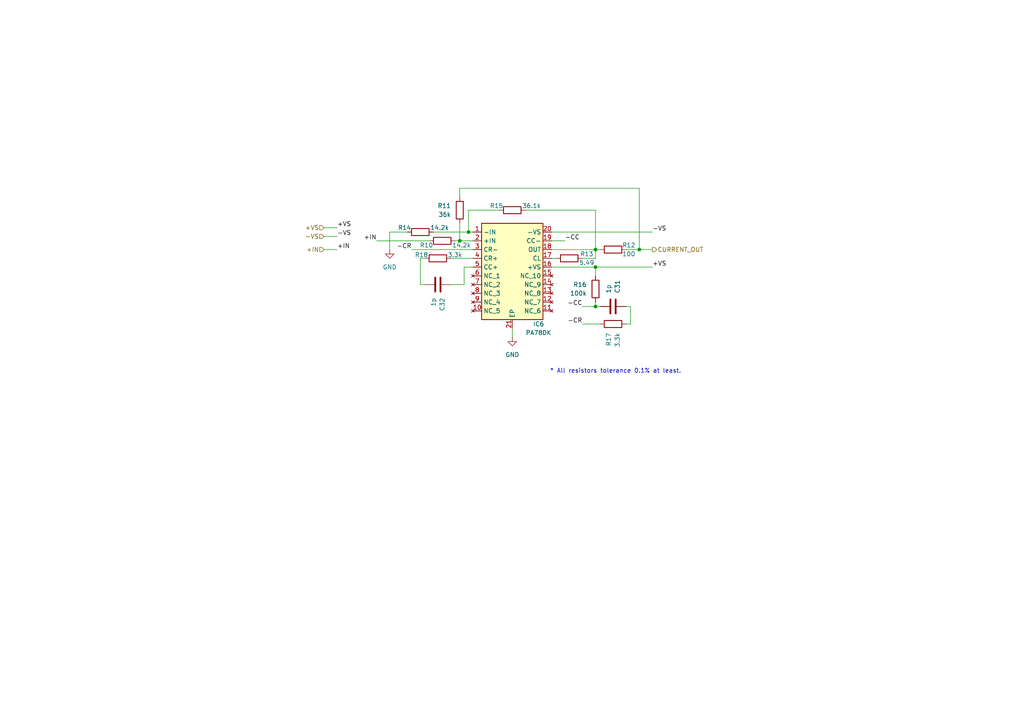
<source format=kicad_sch>
(kicad_sch (version 20231120) (generator "eeschema") (generator_version "8.0")
  (paper "A4")
  (title_block (title "TechStim-Hardware Design") (date "2024-04-17") (rev "0.0.1") (company "Technaid SL") (comment 1 "IND2022/TIC-23606"))
  (lib_symbols
    (symbol "Device:C" (pin_numbers hide) (pin_names (offset 0.254))
      (property "Reference" "C" (at 0.635 2.54 0))
      (property "Value" "C" (at 0.635 -2.54 0))
      (symbol "C_0_1"
        (polyline (pts (xy -2.032 -0.762) (xy 2.032 -0.762)) (stroke (width 0.508)))
        (polyline (pts (xy -2.032 0.762) (xy 2.032 0.762)) (stroke (width 0.508)))
      )
      (symbol "C_1_1"
        (pin passive line (at 0 3.81 270) (length 2.794) (name "~") (number "1"))
        (pin passive line (at 0 -3.81 90) (length 2.794) (name "~") (number "2"))
      )
    )
    (symbol "Device:R" (pin_numbers hide) (pin_names (offset 0))
      (property "Reference" "R" (at 2.032 0 90))
      (property "Value" "R" (at 0 0 90))
      (symbol "R_0_1"
        (rectangle (start -1.016 -2.54) (end 1.016 2.54) (stroke (width 0.254)))
      )
      (symbol "R_1_1"
        (pin passive line (at 0 3.81 270) (length 1.27) (name "~") (number "1"))
        (pin passive line (at 0 -3.81 90) (length 1.27) (name "~") (number "2"))
      )
    )
    (symbol "power:GND" (power) (pin_numbers hide) (pin_names (offset 0) hide)
      (property "Value" "GND" (at 0 -3.81 0))
      (symbol "GND_0_1"
        (polyline (pts (xy 0 0) (xy 0 -1.27) (xy 1.27 -1.27) (xy 0 -2.54) (xy -1.27 -1.27) (xy 0 -1.27)))
      )
      (symbol "GND_1_1"
        (pin power_in line (at 0 0 270) (length 0) (name "~") (number "1"))
      )
    )
    (symbol "techstim:PA78DK"
      (property "Reference" "IC6" (at 19.05 -26.67 0))
      (property "Value" "PA78DK" (at 19.05 -29.21 0))
      (symbol "PA78DK_1_1"
        (rectangle (start 2.54 2.54) (end 20.32 -25.4) (stroke (width 0.254)) (fill (type background)))
        (pin passive line (at 0 0 0) (length 2.54) (name "-IN") (number "1"))
        (pin no_connect line (at 0 -22.86 0) (length 2.54) (name "NC_5") (number "10"))
        (pin no_connect line (at 22.86 -22.86 180) (length 2.54) (name "NC_6") (number "11"))
        (pin no_connect line (at 22.86 -20.32 180) (length 2.54) (name "NC_7") (number "12"))
        (pin no_connect line (at 22.86 -17.78 180) (length 2.54) (name "NC_8") (number "13"))
        (pin no_connect line (at 22.86 -15.24 180) (length 2.54) (name "NC_9") (number "14"))
        (pin no_connect line (at 22.86 -12.7 180) (length 2.54) (name "NC_10") (number "15"))
        (pin power_in line (at 22.86 -10.16 180) (length 2.54) (name "+VS") (number "16"))
        (pin passive line (at 22.86 -7.62 180) (length 2.54) (name "CL") (number "17"))
        (pin passive line (at 22.86 -5.08 180) (length 2.54) (name "OUT") (number "18"))
        (pin passive line (at 22.86 -2.54 180) (length 2.54) (name "CC-") (number "19"))
        (pin passive line (at 0 -2.54 0) (length 2.54) (name "+IN") (number "2"))
        (pin power_in line (at 22.86 0 180) (length 2.54) (name "-VS") (number "20"))
        (pin passive line (at 11.43 -27.94 90) (length 2.54) (name "EP") (number "21"))
        (pin passive line (at 11.43 -27.94 90) (length 2.54) hide (name "EP") (number "22"))
        (pin passive line (at 11.43 -27.94 90) (length 2.54) hide (name "EP") (number "23"))
        (pin passive line (at 0 -5.08 0) (length 2.54) (name "CR-") (number "3"))
        (pin passive line (at 0 -7.62 0) (length 2.54) (name "CR+") (number "4"))
        (pin passive line (at 0 -10.16 0) (length 2.54) (name "CC+") (number "5"))
        (pin no_connect line (at 0 -12.7 0) (length 2.54) (name "NC_1") (number "6"))
        (pin no_connect line (at 0 -15.24 0) (length 2.54) (name "NC_2") (number "7"))
        (pin no_connect line (at 0 -17.78 0) (length 2.54) (name "NC_3") (number "8"))
        (pin no_connect line (at 0 -20.32 0) (length 2.54) (name "NC_4") (number "9"))
      )
    )
  )
  (junction (at 135.89 67.31))
  (junction (at 133.35 69.85))
  (junction (at 185.42 72.39))
  (junction (at 172.72 72.39))
  (junction (at 172.72 88.9))
  (junction (at 172.72 77.47))
  (wire (pts (xy 125.73 67.31) (xy 135.89 67.31)))
  (wire (pts (xy 181.61 88.9) (xy 182.88 88.9)))
  (wire (pts (xy 173.99 93.98) (xy 168.91 93.98)))
  (wire (pts (xy 181.61 93.98) (xy 182.88 93.98)))
  (wire (pts (xy 119.38 72.39) (xy 137.16 72.39)))
  (wire (pts (xy 148.59 95.25) (xy 148.59 97.79)))
  (wire (pts (xy 160.02 77.47) (xy 172.72 77.47)))
  (wire (pts (xy 132.08 69.85) (xy 133.35 69.85)))
  (wire (pts (xy 93.98 68.58) (xy 97.79 68.58)))
  (wire (pts (xy 133.35 69.85) (xy 137.16 69.85)))
  (wire (pts (xy 172.72 88.9) (xy 173.99 88.9)))
  (wire (pts (xy 168.91 88.9) (xy 172.72 88.9)))
  (wire (pts (xy 172.72 72.39) (xy 172.72 74.93)))
  (wire (pts (xy 135.89 60.96) (xy 135.89 67.31)))
  (wire (pts (xy 160.02 74.93) (xy 161.29 74.93)))
  (wire (pts (xy 144.78 60.96) (xy 135.89 60.96)))
  (wire (pts (xy 97.79 66.04) (xy 93.98 66.04)))
  (wire (pts (xy 121.92 82.55) (xy 123.19 82.55)))
  (wire (pts (xy 130.81 74.93) (xy 137.16 74.93)))
  (wire (pts (xy 93.98 72.39) (xy 97.79 72.39)))
  (wire (pts (xy 134.62 77.47) (xy 134.62 82.55)))
  (wire (pts (xy 172.72 87.63) (xy 172.72 88.9)))
  (wire (pts (xy 130.81 82.55) (xy 134.62 82.55)))
  (wire (pts (xy 113.03 67.31) (xy 113.03 72.39)))
  (wire (pts (xy 160.02 67.31) (xy 189.23 67.31)))
  (wire (pts (xy 133.35 54.61) (xy 185.42 54.61)))
  (wire (pts (xy 160.02 72.39) (xy 172.72 72.39)))
  (wire (pts (xy 172.72 77.47) (xy 172.72 80.01)))
  (wire (pts (xy 172.72 72.39) (xy 173.99 72.39)))
  (wire (pts (xy 121.92 74.93) (xy 121.92 82.55)))
  (wire (pts (xy 185.42 72.39) (xy 189.23 72.39)))
  (wire (pts (xy 135.89 67.31) (xy 137.16 67.31)))
  (wire (pts (xy 123.19 74.93) (xy 121.92 74.93)))
  (wire (pts (xy 172.72 60.96) (xy 172.72 72.39)))
  (wire (pts (xy 181.61 72.39) (xy 185.42 72.39)))
  (wire (pts (xy 189.23 77.47) (xy 172.72 77.47)))
  (wire (pts (xy 133.35 57.15) (xy 133.35 54.61)))
  (wire (pts (xy 182.88 88.9) (xy 182.88 93.98)))
  (wire (pts (xy 168.91 74.93) (xy 172.72 74.93)))
  (wire (pts (xy 185.42 54.61) (xy 185.42 72.39)))
  (wire (pts (xy 160.02 69.85) (xy 163.83 69.85)))
  (wire (pts (xy 152.4 60.96) (xy 172.72 60.96)))
  (wire (pts (xy 133.35 64.77) (xy 133.35 69.85)))
  (wire (pts (xy 109.22 69.85) (xy 124.46 69.85)))
  (wire (pts (xy 137.16 77.47) (xy 134.62 77.47)))
  (wire (pts (xy 118.11 67.31) (xy 113.03 67.31)))
  (text "* All resistors tolerance 0.1% at least." (at 178.562 107.696 0) (effects (font (size 1.27 1.27))))
  (label "-VS" (at 97.79 68.58 0))
  (label "+IN" (at 109.22 69.85 180))
  (label "+VS" (at 97.79 66.04 0))
  (label "+VS" (at 189.23 77.47 0))
  (label "-CC" (at 163.83 69.85 0))
  (label "-CR" (at 119.38 72.39 180))
  (label "-CR" (at 168.91 93.98 180))
  (label "-CC" (at 168.91 88.9 180))
  (label "+IN" (at 97.79 72.39 0))
  (label "-VS" (at 189.23 67.31 0))
  (hierarchical_label "+IN" (shape input) (at 93.98 72.39 180))
  (hierarchical_label "CURRENT_OUT" (shape output) (at 189.23 72.39 0))
  (hierarchical_label "+VS" (shape input) (at 93.98 66.04 180))
  (hierarchical_label "-VS" (shape input) (at 93.98 68.58 180))
  (symbol (lib_id "Device:R") (at 177.8 93.98 90) (mirror x) (unit 1)
    (property "Reference" "R17" (at 176.5299 96.52 0) (effects (justify left)))
    (property "Value" "3.3k" (at 179.0699 96.52 0) (effects (justify left)))
    (property "Footprint" "Resistor_SMD:R_0805_2012Metric_Pad1.20x1.40mm_HandSolder" (effects (hide yes)))
    (property "Datasheet" "https://www.mouser.dk/datasheet/2/315/AOA0000C307-1149632.pdf" (effects (hide yes)))
    (property "Description" "Description: Thin Film Resistors - SMD 0805 1/8W 3.3Kohms" (effects (hide yes)))
    (property "MFN" "Panasonic" (effects (hide yes)))
    (property "MFP" " ERA-6AEB332V" (effects (hide yes)))
    (property "S1PN" "Mouser" (effects (hide yes)))
    (property "S1PL" "https://www.mouser.dk/ProductDetail/Panasonic/ERA-6AEB332V?qs=sGAEpiMZZMtlubZbdhIBINKPHGpBD%2FvfM8skwiH8%2F1s%3D" (effects (hide yes)))
  )
  (symbol (lib_id "Device:C") (at 177.8 88.9 90) (mirror x) (unit 1)
    (property "Reference" "C31" (at 179.0701 85.09 0) (effects (justify right)))
    (property "Value" "1p" (at 176.5301 85.09 0) (effects (justify right)))
    (property "Footprint" "Capacitor_SMD:C_0805_2012Metric_Pad1.18x1.45mm_HandSolder" (effects (hide yes)))
    (property "Datasheet" "https://www.we-online.com/components/products/datasheet/885012007094.pdf" (effects (hide yes)))
    (property "Description" "Multilayer Ceramic Capacitors MLCC - SMD/SMT WCAP-CSGP 100V 1pF 0805 .25pFTol" (effects (hide yes)))
    (property "MFN" "Wurth Elektronik" (effects (hide yes)))
    (property "MFP" "885012007094" (effects (hide yes)))
    (property "S1PN" "Mouser" (effects (hide yes)))
    (property "S1PL" "https://www.mouser.dk/ProductDetail/Wurth-Elektronik/885012007094?qs=sGAEpiMZZMsh%252B1woXyUXj88C7E9rEmUTF2BIos9tuFA%3D" (effects (hide yes)))
  )
  (symbol (lib_id "power:GND") (at 148.59 97.79 0) (unit 1)
    (property "Reference" "#PWR077" (effects (hide yes)))
    (property "Value" "GND" (at 148.59 102.87 0))
    (property "Description" "Power symbol creates a global label with name \"GND\" , ground" (effects (hide yes)))
  )
  (symbol (lib_id "Device:R") (at 133.35 60.96 0) (mirror y) (unit 1)
    (property "Reference" "R11" (at 130.81 59.6899 0) (effects (justify left)))
    (property "Value" "36k" (at 130.81 62.2299 0) (effects (justify left)))
    (property "Footprint" "Resistor_SMD:R_0805_2012Metric_Pad1.20x1.40mm_HandSolder" (effects (hide yes)))
    (property "Datasheet" "https://www.mouser.dk/datasheet/2/315/AOA0000C307-1149632.pdf" (effects (hide yes)))
    (property "Description" " Thin Film Resistors - SMD 0805 1/8W 36Kohms" (effects (hide yes)))
    (property "MFN" "Panasonic" (effects (hide yes)))
    (property "MFP" "ERA-6AEB363V" (effects (hide yes)))
    (property "S1PN" "Mouser" (effects (hide yes)))
    (property "S1PL" "https://www.mouser.dk/ProductDetail/Panasonic/ERA-6AEB363V?qs=sGAEpiMZZMtlubZbdhIBIK8nywws5AKn1o7EGdPZ%2FuY%3D" (effects (hide yes)))
  )
  (symbol (lib_id "techstim:PA78DK") (at 137.16 67.31 0) (unit 1)
    (property "Reference" "IC6" (at 156.21 93.98 0))
    (property "Value" "PA78DK" (at 156.21 96.52 0))
    (property "Footprint" "PA78DK:PA162DK" (effects (hide yes)))
    (property "Datasheet" "https://www.apexanalog.com/resources/products/pa78u.pdf" (effects (hide yes)))
    (property "Description" "The PA78 is a 350V power operational amplifier with a novel input stage that provides extremely high slew rates in pulse applications while maintaining low quiescent current of under 2.5mA. This novel input stage also has the effect of adding variables to the power response and slew rate characteristics of the amplifier.  The output stages for this amplifier are well protected with user defined current limit. External phase compensation provides the user with great flexibility in trading gain, stability, an" (effects (hide yes)))
    (property "Height" "3.4" (effects (hide yes)))
    (property "Mouser Part Number" "137-PA78DK" (effects (hide yes)))
    (property "Mouser Price/Stock" "https://www.mouser.co.uk/ProductDetail/Apex-Microtechnology/PA78DK?qs=TiOZkKH1s2QqTC8ILc9obg%3D%3D" (effects (hide yes)))
    (property "Simulation Data" "https://www.apexanalog.com/resources/spicemodels/PA78.zip" (effects (hide yes)))
    (property "MFN" "Apex Microtechnology" (effects (hide yes)))
    (property "MFP" "PA78DK" (effects (hide yes)))
    (property "S1PL" "https://www.mouser.co.uk/ProductDetail/Apex-Microtechnology/PA78DK?qs=TiOZkKH1s2QqTC8ILc9obg%3D%3D" (effects (hide yes)))
  )
  (symbol (lib_id "Device:R") (at 121.92 67.31 270) (unit 1)
    (property "Reference" "R14" (at 117.348 66.04 90))
    (property "Value" "14.2k" (at 127.508 66.04 90))
    (property "Footprint" "Resistor_SMD:R_0805_2012Metric_Pad1.20x1.40mm_HandSolder" (effects (hide yes)))
    (property "Datasheet" "https://www.vishay.com/doc?28758" (effects (hide yes)))
    (property "Description" "Thin Film Resistors - SMD 1/5W 14.2K ohm .1% 25p pm" (effects (hide yes)))
    (property "MFN" "Vishay / Dale" (effects (hide yes)))
    (property "MFP" "TNPW080514K2BEEA" (effects (hide yes)))
    (property "S1PN" "Mouser" (effects (hide yes)))
    (property "S1PL" "https://eu.mouser.com/ProductDetail/Vishay-Dale/TNPW080514K2BEEA?qs=NrXEK%2Fuukt5PsC1jRy0sxw%3D%3D" (effects (hide yes)))
  )
  (symbol (lib_id "Device:R") (at 128.27 69.85 270) (mirror x) (unit 1)
    (property "Reference" "R10" (at 123.698 71.12 90))
    (property "Value" "14.2k" (at 133.858 71.12 90))
    (property "Footprint" "Resistor_SMD:R_0805_2012Metric_Pad1.20x1.40mm_HandSolder" (effects (hide yes)))
    (property "Datasheet" "https://www.vishay.com/doc?28758" (effects (hide yes)))
    (property "Description" "Thin Film Resistors - SMD 1/5W 14.2K ohm .1% 25p pm" (effects (hide yes)))
    (property "MFN" "Vishay / Dale" (effects (hide yes)))
    (property "MFP" "TNPW080514K2BEEA" (effects (hide yes)))
    (property "S1PN" "Mouser" (effects (hide yes)))
    (property "S1PL" "https://eu.mouser.com/ProductDetail/Vishay-Dale/TNPW080514K2BEEA?qs=NrXEK%2Fuukt5PsC1jRy0sxw%3D%3D" (effects (hide yes)))
  )
  (symbol (lib_id "Device:C") (at 127 82.55 90) (unit 1)
    (property "Reference" "C32" (at 128.2701 86.36 0) (effects (justify right)))
    (property "Value" "1p" (at 125.7301 86.36 0) (effects (justify right)))
    (property "Footprint" "Capacitor_SMD:C_0805_2012Metric_Pad1.18x1.45mm_HandSolder" (effects (hide yes)))
    (property "Datasheet" "https://www.we-online.com/components/products/datasheet/885012007094.pdf" (effects (hide yes)))
    (property "Description" "Multilayer Ceramic Capacitors MLCC - SMD/SMT WCAP-CSGP 100V 1pF 0805 .25pFTol" (effects (hide yes)))
    (property "MFN" "Wurth Elektronik" (effects (hide yes)))
    (property "MFP" "885012007094" (effects (hide yes)))
    (property "S1PN" "Mouser" (effects (hide yes)))
    (property "S1PL" "https://www.mouser.dk/ProductDetail/Wurth-Elektronik/885012007094?qs=sGAEpiMZZMsh%252B1woXyUXj88C7E9rEmUTF2BIos9tuFA%3D" (effects (hide yes)))
  )
  (symbol (lib_id "Device:R") (at 172.72 83.82 0) (mirror y) (unit 1)
    (property "Reference" "R16" (at 170.18 82.5499 0) (effects (justify left)))
    (property "Value" "100k" (at 170.18 85.0899 0) (effects (justify left)))
    (property "Footprint" "Resistor_SMD:R_0805_2012Metric_Pad1.20x1.40mm_HandSolder" (effects (hide yes)))
    (property "Datasheet" "https://www.vishay.com/doc?28758" (effects (hide yes)))
    (property "Description" " Thin Film Resistors - SMD 100Kohms .1% 25ppm" (effects (hide yes)))
    (property "MFN" "Vishay / Dale" (effects (hide yes)))
    (property "MFP" "TNPW0805100KBEEA" (effects (hide yes)))
    (property "S1PN" "Mouser" (effects (hide yes)))
    (property "S1PL" "https://www.mouser.dk/ProductDetail/Vishay-Dale/TNPW0805100KBEEA?qs=sGAEpiMZZMtlubZbdhIBIFsxO9oIeGFUmiF5Rz3MCQ8%3D" (effects (hide yes)))
  )
  (symbol (lib_id "Device:R") (at 148.59 60.96 270) (unit 1)
    (property "Reference" "R15" (at 144.018 59.69 90))
    (property "Value" "36.1k" (at 154.178 59.69 90))
    (property "Footprint" "Resistor_SMD:R_0805_2012Metric_Pad1.20x1.40mm_HandSolder" (effects (hide yes)))
    (property "Datasheet" "https://www.vishay.com/doc?31006" (effects (hide yes)))
    (property "Description" " Thin Film Resistors - SMD 36.1Kohms .1% 25ppm" (effects (hide yes)))
    (property "MFN" "Vishay / Dale" (effects (hide yes)))
    (property "MFP" "TNPW080536K1BETY" (effects (hide yes)))
    (property "S1PN" "Mouser" (effects (hide yes)))
    (property "S1PL" "https://www.mouser.dk/ProductDetail/Vishay-Dale/TNPW080536K1BETY?qs=mNg%252BuB3fXm9WM1dNE9VmcA%3D%3D" (effects (hide yes)))
  )
  (symbol (lib_id "Device:R") (at 127 74.93 90) (mirror x) (unit 1)
    (property "Reference" "R18" (at 124.206 73.914 90) (effects (justify left)))
    (property "Value" "3.3k" (at 134.112 73.914 90) (effects (justify left)))
    (property "Footprint" "Resistor_SMD:R_0805_2012Metric_Pad1.20x1.40mm_HandSolder" (effects (hide yes)))
    (property "Datasheet" "https://www.mouser.dk/datasheet/2/315/AOA0000C307-1149632.pdf" (effects (hide yes)))
    (property "Description" "Description: Thin Film Resistors - SMD 0805 1/8W 3.3Kohms" (effects (hide yes)))
    (property "MFN" "Panasonic" (effects (hide yes)))
    (property "MFP" " ERA-6AEB332V" (effects (hide yes)))
    (property "S1PN" "Mouser" (effects (hide yes)))
    (property "S1PL" "https://www.mouser.dk/ProductDetail/Panasonic/ERA-6AEB332V?qs=sGAEpiMZZMtlubZbdhIBINKPHGpBD%2FvfM8skwiH8%2F1s%3D" (effects (hide yes)))
  )
  (symbol (lib_id "Device:R") (at 177.8 72.39 90) (unit 1)
    (property "Reference" "R12" (at 182.372 71.12 90))
    (property "Value" "100" (at 182.372 73.66 90))
    (property "Footprint" "Resistor_SMD:R_1206_3216Metric_Pad1.30x1.75mm_HandSolder" (effects (hide yes)))
    (property "Datasheet" "https://www.vishay.com/docs/60125/pcan.pdf" (effects (hide yes)))
    (property "Description" "Resistor" (effects (hide yes)))
    (property "MFN" "Vishay / Thin Film" (effects (hide yes)))
    (property "MFP" "PCAN1206E1000BST5" (effects (hide yes)))
    (property "S1PN" "Mouser" (effects (hide yes)))
    (property "S1PL" "https://www.mouser.dk/ProductDetail/Vishay-Thin-Film/PCAN1206E1000BST5?qs=sGAEpiMZZMtlubZbdhIBIPDLwbSE2XJWf%252BNJQNn%2Fc2w%3D" (effects (hide yes)))
  )
  (symbol (lib_id "power:GND") (at 113.03 72.39 0) (unit 1)
    (property "Reference" "#PWR078" (effects (hide yes)))
    (property "Value" "GND" (at 113.03 77.47 0))
    (property "Description" "Power symbol creates a global label with name \"GND\" , ground" (effects (hide yes)))
  )
  (symbol (lib_id "Device:R") (at 165.1 74.93 270) (mirror x) (unit 1)
    (property "Reference" "R13" (at 170.18 73.66 90))
    (property "Value" "5.49" (at 170.18 76.2 90))
    (property "Footprint" "Resistor_SMD:R_0805_2012Metric_Pad1.20x1.40mm_HandSolder" (effects (hide yes)))
    (property "Datasheet" "https://www.mouser.dk/datasheet/2/418/8/ENG_DS_1773200_N2-1954016.pdf" (effects (hide yes)))
    (property "Description" "Thin Film Resistors - SMD CPF 0805 5R49 0.1% 25PPM" (effects (hide yes)))
    (property "MFN" "TE Connectivity / Holsworthy" (effects (hide yes)))
    (property "MFP" "CPF0805B5R49E1" (effects (hide yes)))
    (property "S1PN" "Mouser" (effects (hide yes)))
    (property "S1PL" "https://www.mouser.dk/ProductDetail/TE-Connectivity-Holsworthy/CPF0805B5R49E1?qs=Im7Ui%252B8riBV4Yph%2FRlN8Tg%3D%3D" (effects (hide yes)))
  )
)
</source>
